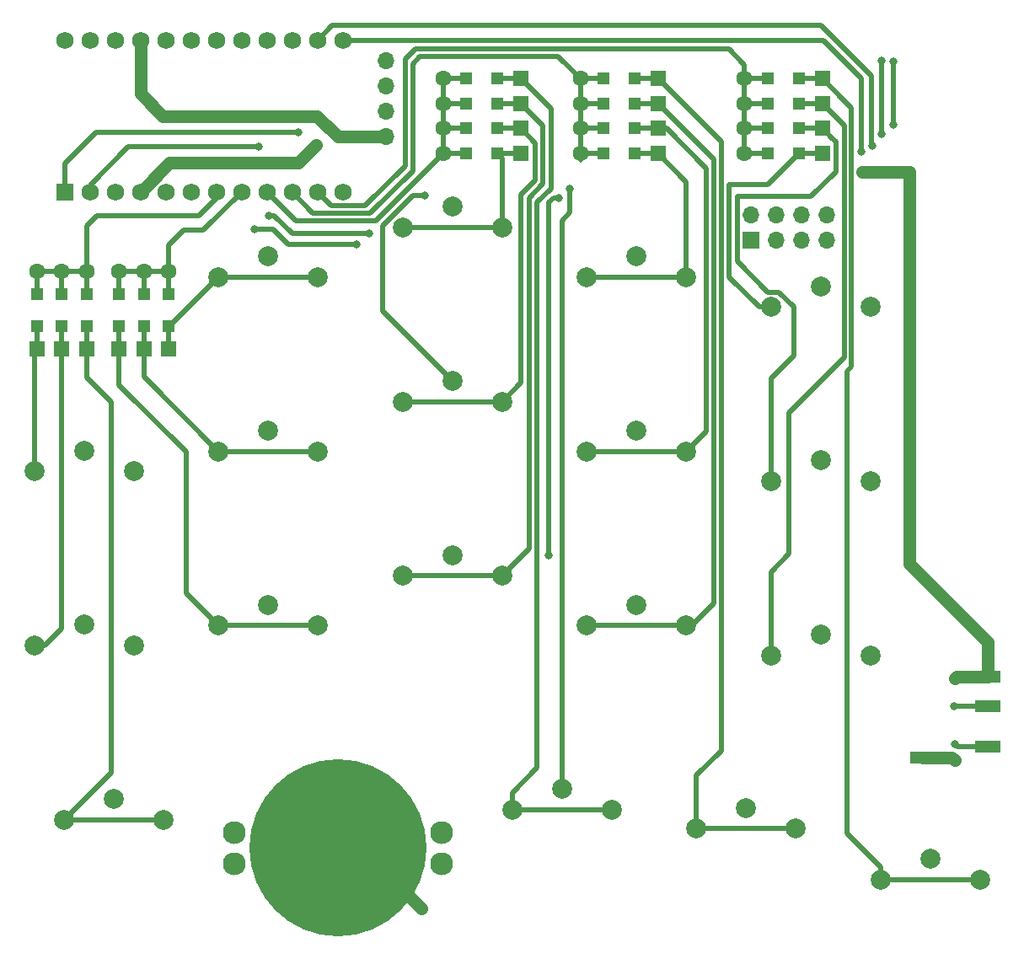
<source format=gbr>
G04 #@! TF.GenerationSoftware,KiCad,Pcbnew,5.1.4-e60b266~84~ubuntu19.04.1*
G04 #@! TF.CreationDate,2019-12-12T22:12:58-06:00*
G04 #@! TF.ProjectId,fissure,66697373-7572-4652-9e6b-696361645f70,rev?*
G04 #@! TF.SameCoordinates,Original*
G04 #@! TF.FileFunction,Copper,L1,Top*
G04 #@! TF.FilePolarity,Positive*
%FSLAX46Y46*%
G04 Gerber Fmt 4.6, Leading zero omitted, Abs format (unit mm)*
G04 Created by KiCad (PCBNEW 5.1.4-e60b266~84~ubuntu19.04.1) date 2019-12-12 22:12:58*
%MOMM*%
%LPD*%
G04 APERTURE LIST*
%ADD10O,1.700000X1.700000*%
%ADD11C,2.000000*%
%ADD12C,1.752600*%
%ADD13R,1.752600X1.752600*%
%ADD14R,0.500000X2.500000*%
%ADD15C,1.600000*%
%ADD16R,1.600000X1.600000*%
%ADD17R,1.200000X1.200000*%
%ADD18R,2.500000X0.500000*%
%ADD19R,2.500000X1.200000*%
%ADD20C,17.800000*%
%ADD21C,2.300000*%
%ADD22R,1.700000X1.700000*%
%ADD23C,0.800000*%
%ADD24C,0.508000*%
%ADD25C,1.270000*%
G04 APERTURE END LIST*
D10*
X81797000Y-41189000D03*
X81797000Y-43729000D03*
X81797000Y-46269000D03*
X81797000Y-48809000D03*
D11*
X130497000Y-65949000D03*
X125497000Y-63849000D03*
X120497000Y-65949000D03*
D12*
X49527000Y-39129000D03*
X77467000Y-54369000D03*
X52067000Y-39129000D03*
X54607000Y-39129000D03*
X57147000Y-39129000D03*
X59687000Y-39129000D03*
X62227000Y-39129000D03*
X64767000Y-39129000D03*
X67307000Y-39129000D03*
X69847000Y-39129000D03*
X72387000Y-39129000D03*
X74927000Y-39129000D03*
X77467000Y-39129000D03*
X74927000Y-54369000D03*
X72387000Y-54369000D03*
X69847000Y-54369000D03*
X67307000Y-54369000D03*
X64767000Y-54369000D03*
X62227000Y-54369000D03*
X59687000Y-54369000D03*
X57147000Y-54369000D03*
X54607000Y-54369000D03*
X52067000Y-54369000D03*
D13*
X49527000Y-54369000D03*
D14*
X46747000Y-63549000D03*
X46747000Y-68949000D03*
D15*
X46747000Y-62349000D03*
D16*
X46747000Y-70149000D03*
D17*
X46747000Y-67824000D03*
X46747000Y-64674000D03*
D11*
X56497000Y-99949000D03*
X51497000Y-97849000D03*
X46497000Y-99949000D03*
X111997000Y-62949000D03*
X106997000Y-60849000D03*
X101997000Y-62949000D03*
X74997000Y-62949000D03*
X69997000Y-60849000D03*
X64997000Y-62949000D03*
X93497000Y-75449000D03*
X88497000Y-73349000D03*
X83497000Y-75449000D03*
X141497000Y-123449000D03*
X136497000Y-121349000D03*
X131497000Y-123449000D03*
X122997000Y-118349000D03*
X117997000Y-116249000D03*
X112997000Y-118349000D03*
X104497000Y-116449000D03*
X99497000Y-114349000D03*
X94497000Y-116449000D03*
X130497000Y-100949000D03*
X125497000Y-98849000D03*
X120497000Y-100949000D03*
X111997000Y-97949000D03*
X106997000Y-95849000D03*
X101997000Y-97949000D03*
X93497000Y-92949000D03*
X88497000Y-90849000D03*
X83497000Y-92949000D03*
X74997000Y-97949000D03*
X69997000Y-95849000D03*
X64997000Y-97949000D03*
X59497000Y-117449000D03*
X54497000Y-115349000D03*
X49497000Y-117449000D03*
X130497000Y-83449000D03*
X125497000Y-81349000D03*
X120497000Y-83449000D03*
X111997000Y-80449000D03*
X106997000Y-78349000D03*
X101997000Y-80449000D03*
X74997000Y-80449000D03*
X69997000Y-78349000D03*
X64997000Y-80449000D03*
X93497000Y-57949000D03*
X88497000Y-55849000D03*
X83497000Y-57949000D03*
X56497000Y-82449000D03*
X51497000Y-80349000D03*
X46497000Y-82449000D03*
D18*
X119047000Y-42999000D03*
X124447000Y-42999000D03*
D15*
X117847000Y-42999000D03*
D16*
X125647000Y-42999000D03*
D17*
X123322000Y-42999000D03*
X120172000Y-42999000D03*
D18*
X102547000Y-42999000D03*
X107947000Y-42999000D03*
D15*
X101347000Y-42999000D03*
D16*
X109147000Y-42999000D03*
D17*
X106822000Y-42999000D03*
X103672000Y-42999000D03*
X89872000Y-42999000D03*
X93022000Y-42999000D03*
D16*
X95347000Y-42999000D03*
D15*
X87547000Y-42999000D03*
D18*
X94147000Y-42999000D03*
X88747000Y-42999000D03*
X119047000Y-45499000D03*
X124447000Y-45499000D03*
D15*
X117847000Y-45499000D03*
D16*
X125647000Y-45499000D03*
D17*
X123322000Y-45499000D03*
X120172000Y-45499000D03*
D18*
X102547000Y-45499000D03*
X107947000Y-45499000D03*
D15*
X101347000Y-45499000D03*
D16*
X109147000Y-45499000D03*
D17*
X106822000Y-45499000D03*
X103672000Y-45499000D03*
X89872000Y-45499000D03*
X93022000Y-45499000D03*
D16*
X95347000Y-45499000D03*
D15*
X87547000Y-45499000D03*
D18*
X94147000Y-45499000D03*
X88747000Y-45499000D03*
D14*
X54997000Y-63549000D03*
X54997000Y-68949000D03*
D15*
X54997000Y-62349000D03*
D16*
X54997000Y-70149000D03*
D17*
X54997000Y-67824000D03*
X54997000Y-64674000D03*
D14*
X51747000Y-63549000D03*
X51747000Y-68949000D03*
D15*
X51747000Y-62349000D03*
D16*
X51747000Y-70149000D03*
D17*
X51747000Y-67824000D03*
X51747000Y-64674000D03*
D18*
X119047000Y-47999000D03*
X124447000Y-47999000D03*
D15*
X117847000Y-47999000D03*
D16*
X125647000Y-47999000D03*
D17*
X123322000Y-47999000D03*
X120172000Y-47999000D03*
D18*
X102547000Y-47999000D03*
X107947000Y-47999000D03*
D15*
X101347000Y-47999000D03*
D16*
X109147000Y-47999000D03*
D17*
X106822000Y-47999000D03*
X103672000Y-47999000D03*
X89872000Y-47999000D03*
X93022000Y-47999000D03*
D16*
X95347000Y-47999000D03*
D15*
X87547000Y-47999000D03*
D18*
X94147000Y-47999000D03*
X88747000Y-47999000D03*
D14*
X57497000Y-63549000D03*
X57497000Y-68949000D03*
D15*
X57497000Y-62349000D03*
D16*
X57497000Y-70149000D03*
D17*
X57497000Y-67824000D03*
X57497000Y-64674000D03*
D14*
X49247000Y-63549000D03*
X49247000Y-68949000D03*
D15*
X49247000Y-62349000D03*
D16*
X49247000Y-70149000D03*
D17*
X49247000Y-67824000D03*
X49247000Y-64674000D03*
D18*
X119047000Y-50499000D03*
X124447000Y-50499000D03*
D15*
X117847000Y-50499000D03*
D16*
X125647000Y-50499000D03*
D17*
X123322000Y-50499000D03*
X120172000Y-50499000D03*
D18*
X102547000Y-50499000D03*
X107947000Y-50499000D03*
D15*
X101347000Y-50499000D03*
D16*
X109147000Y-50499000D03*
D17*
X106822000Y-50499000D03*
X103672000Y-50499000D03*
X89872000Y-50499000D03*
X93022000Y-50499000D03*
D16*
X95347000Y-50499000D03*
D15*
X87547000Y-50499000D03*
D18*
X94147000Y-50499000D03*
X88747000Y-50499000D03*
D14*
X59997000Y-63549000D03*
X59997000Y-68949000D03*
D15*
X59997000Y-62349000D03*
D16*
X59997000Y-70149000D03*
D17*
X59997000Y-67824000D03*
X59997000Y-64674000D03*
D19*
X142247000Y-103074000D03*
X142247000Y-106074000D03*
X142247000Y-110074000D03*
X135747000Y-111174000D03*
D20*
X76997000Y-120249000D03*
D21*
X87397000Y-118749000D03*
X87397000Y-121849000D03*
X66597000Y-121849000D03*
X66597000Y-118749000D03*
X66597000Y-121849000D03*
X66597000Y-118749000D03*
X87397000Y-118749000D03*
X87397000Y-121849000D03*
D10*
X126117000Y-56709000D03*
X126117000Y-59249000D03*
X123577000Y-56709000D03*
X123577000Y-59249000D03*
X121037000Y-56709000D03*
X121037000Y-59249000D03*
X118497000Y-56709000D03*
D22*
X118497000Y-59249000D03*
D23*
X68997000Y-49849000D03*
X72997000Y-48349000D03*
X138997000Y-111499000D03*
X85397000Y-126349000D03*
X74797000Y-49649000D03*
X138997000Y-103249000D03*
X129697000Y-52349000D03*
X85747000Y-54749000D03*
X98197000Y-90849000D03*
X99197000Y-54949000D03*
X100297000Y-54049000D03*
X131597000Y-48549000D03*
X131597000Y-41149000D03*
X130697000Y-49749000D03*
X132797000Y-47649000D03*
X132797000Y-41249000D03*
X129597000Y-50349000D03*
X138997000Y-109849000D03*
X80097000Y-58549000D03*
X70097000Y-56749000D03*
X138897000Y-106049000D03*
X68597000Y-58149000D03*
X78897000Y-59649000D03*
D24*
X46497000Y-70399000D02*
X46747000Y-70149000D01*
X46497000Y-82449000D02*
X46497000Y-70399000D01*
X59997000Y-67949000D02*
X64997000Y-62949000D01*
X59997000Y-68949000D02*
X59997000Y-67949000D01*
X64997000Y-62949000D02*
X74997000Y-62949000D01*
X83497000Y-57949000D02*
X93497000Y-57949000D01*
X93497000Y-50974000D02*
X93022000Y-50499000D01*
X93497000Y-57949000D02*
X93497000Y-50974000D01*
X101997000Y-62949000D02*
X111997000Y-62949000D01*
X111997000Y-53349000D02*
X109147000Y-50499000D01*
X111997000Y-62949000D02*
X111997000Y-53349000D01*
X120497000Y-65949000D02*
X119297000Y-65949000D01*
X119297000Y-65949000D02*
X116297000Y-62949000D01*
X116297000Y-62949000D02*
X116297000Y-53649000D01*
X120172000Y-53649000D02*
X123322000Y-50499000D01*
X116297000Y-53649000D02*
X120172000Y-53649000D01*
X49247000Y-70149000D02*
X49247000Y-98249000D01*
X47547000Y-99949000D02*
X49247000Y-98249000D01*
X46497000Y-99949000D02*
X47547000Y-99949000D01*
X57497000Y-72949000D02*
X64997000Y-80449000D01*
X57497000Y-70149000D02*
X57497000Y-72949000D01*
X74997000Y-80449000D02*
X64997000Y-80449000D01*
X83497000Y-75449000D02*
X93497000Y-75449000D01*
X93497000Y-75449000D02*
X93797000Y-75449000D01*
X95347000Y-47999000D02*
X95447000Y-47999000D01*
X95397000Y-73549000D02*
X93497000Y-75449000D01*
X96797000Y-53249000D02*
X95397000Y-54649000D01*
X95347000Y-47999000D02*
X96797000Y-49449000D01*
X95397000Y-54649000D02*
X95397000Y-73549000D01*
X96797000Y-49449000D02*
X96797000Y-53249000D01*
X109147000Y-47999000D02*
X109997000Y-47999000D01*
X109997000Y-47999000D02*
X113997000Y-51999000D01*
X113997000Y-78449000D02*
X111997000Y-80449000D01*
X113997000Y-51999000D02*
X113997000Y-78449000D01*
X111997000Y-80449000D02*
X101997000Y-80449000D01*
X117097000Y-61349000D02*
X117097000Y-54849000D01*
X120197000Y-64449000D02*
X117097000Y-61349000D01*
X121297000Y-64449000D02*
X120197000Y-64449000D01*
X117097000Y-54849000D02*
X124497000Y-54849000D01*
X122797000Y-65949000D02*
X121297000Y-64449000D01*
X122797000Y-70849000D02*
X122797000Y-65949000D01*
X120497000Y-73149000D02*
X122797000Y-70849000D01*
X120497000Y-83449000D02*
X120497000Y-73149000D01*
X126997000Y-52349000D02*
X126997000Y-49349000D01*
X124497000Y-54849000D02*
X126997000Y-52349000D01*
X126997000Y-49349000D02*
X126647000Y-48999000D01*
X126647000Y-48999000D02*
X125647000Y-47999000D01*
X51747000Y-70149000D02*
X51747000Y-72999000D01*
X51747000Y-72999000D02*
X54247000Y-75499000D01*
X54247000Y-112699000D02*
X49497000Y-117449000D01*
X54247000Y-75499000D02*
X54247000Y-112699000D01*
X49497000Y-117449000D02*
X59497000Y-117449000D01*
X54997000Y-70149000D02*
X54997000Y-73749000D01*
X54997000Y-73749000D02*
X61747000Y-80499000D01*
X61747000Y-94699000D02*
X64997000Y-97949000D01*
X61747000Y-80499000D02*
X61747000Y-94699000D01*
X64997000Y-97949000D02*
X74997000Y-97949000D01*
X93497000Y-92949000D02*
X83497000Y-92949000D01*
X96197000Y-90249000D02*
X93497000Y-92949000D01*
X96197000Y-54949000D02*
X96197000Y-90249000D01*
X97597000Y-53549000D02*
X96197000Y-54949000D01*
X95347000Y-45499000D02*
X97597000Y-47749000D01*
X97597000Y-47749000D02*
X97597000Y-53549000D01*
X101997000Y-97949000D02*
X111997000Y-97949000D01*
X111997000Y-97949000D02*
X112547000Y-97949000D01*
X112547000Y-97949000D02*
X114747000Y-95749000D01*
X114747000Y-51099000D02*
X109147000Y-45499000D01*
X114747000Y-95749000D02*
X114747000Y-51099000D01*
X126847000Y-46699000D02*
X125647000Y-45499000D01*
X127847000Y-47699000D02*
X126847000Y-46699000D01*
X120497000Y-100949000D02*
X120497000Y-92549000D01*
X120497000Y-92549000D02*
X122297000Y-90749000D01*
X122297000Y-76549000D02*
X127847000Y-70999000D01*
X122297000Y-90749000D02*
X122297000Y-76549000D01*
X127847000Y-70999000D02*
X127847000Y-47699000D01*
X104497000Y-116449000D02*
X94497000Y-116449000D01*
X98397000Y-46049000D02*
X95347000Y-42999000D01*
X94497000Y-116449000D02*
X94497000Y-114749000D01*
X96997000Y-55449000D02*
X98397000Y-54049000D01*
X96997000Y-112249000D02*
X96997000Y-55449000D01*
X94497000Y-114749000D02*
X96997000Y-112249000D01*
X98397000Y-54049000D02*
X98397000Y-46049000D01*
X115497000Y-49349000D02*
X109147000Y-42999000D01*
X115497000Y-110499000D02*
X115497000Y-49349000D01*
X122997000Y-118349000D02*
X112997000Y-118349000D01*
X112997000Y-112999000D02*
X115497000Y-110499000D01*
X112997000Y-118349000D02*
X112997000Y-112999000D01*
X141497000Y-123449000D02*
X131497000Y-123449000D01*
X131497000Y-123449000D02*
X131497000Y-122249000D01*
X128097000Y-118849000D02*
X128097000Y-72449000D01*
X131497000Y-122249000D02*
X128097000Y-118849000D01*
X128597000Y-45949000D02*
X127897000Y-45249000D01*
X128597000Y-71949000D02*
X128597000Y-45949000D01*
X128097000Y-72449000D02*
X128597000Y-71949000D01*
X127897000Y-45249000D02*
X125647000Y-42999000D01*
X52067000Y-54369000D02*
X52067000Y-53679000D01*
X52067000Y-53679000D02*
X55897000Y-49849000D01*
X68497000Y-49849000D02*
X68997000Y-49849000D01*
X55897000Y-49849000D02*
X68497000Y-49849000D01*
X49527000Y-52219000D02*
X49527000Y-54369000D01*
X49527000Y-51519000D02*
X49527000Y-52219000D01*
X72997000Y-48349000D02*
X52697000Y-48349000D01*
X52697000Y-48349000D02*
X49527000Y-51519000D01*
D25*
X138672000Y-111174000D02*
X138997000Y-111499000D01*
X135747000Y-111174000D02*
X138672000Y-111174000D01*
X76997000Y-120249000D02*
X79297000Y-120249000D01*
X79297000Y-120249000D02*
X85397000Y-126349000D01*
X74797000Y-49649000D02*
X72997000Y-51449000D01*
X60067000Y-51449000D02*
X57147000Y-54369000D01*
X72997000Y-51449000D02*
X60067000Y-51449000D01*
X139172000Y-103074000D02*
X138997000Y-103249000D01*
X142247000Y-103074000D02*
X139172000Y-103074000D01*
X81797000Y-48809000D02*
X76957000Y-48809000D01*
X76957000Y-48809000D02*
X74897000Y-46749000D01*
X74897000Y-46749000D02*
X59397000Y-46749000D01*
X57147000Y-44499000D02*
X57147000Y-39129000D01*
X59397000Y-46749000D02*
X57147000Y-44499000D01*
X142247000Y-99599000D02*
X142247000Y-103074000D01*
X134397000Y-52349000D02*
X134397000Y-91749000D01*
X134397000Y-91749000D02*
X142247000Y-99599000D01*
X134397000Y-52349000D02*
X129697000Y-52349000D01*
D24*
X46747000Y-62349000D02*
X51747000Y-62349000D01*
X64767000Y-54369000D02*
X64767000Y-54979000D01*
X64767000Y-54979000D02*
X62997000Y-56749000D01*
X62997000Y-56749000D02*
X52747000Y-56749000D01*
X51747000Y-57749000D02*
X51747000Y-62349000D01*
X52747000Y-56749000D02*
X51747000Y-57749000D01*
X54997000Y-62349000D02*
X59997000Y-62349000D01*
X59997000Y-62349000D02*
X59997000Y-59749000D01*
X59997000Y-59749000D02*
X61497000Y-58249000D01*
X63427000Y-58249000D02*
X67307000Y-54369000D01*
X61497000Y-58249000D02*
X63427000Y-58249000D01*
X87547000Y-50499000D02*
X87547000Y-42999000D01*
X69847000Y-54369000D02*
X72727000Y-57249000D01*
X80797000Y-57249000D02*
X87547000Y-50499000D01*
X72727000Y-57249000D02*
X80797000Y-57249000D01*
X101347000Y-42999000D02*
X101347000Y-50499000D01*
X101347000Y-50499000D02*
X101347000Y-51149000D01*
X85247000Y-40749000D02*
X99097000Y-40749000D01*
X84497000Y-41499000D02*
X85247000Y-40749000D01*
X72387000Y-54389000D02*
X74497000Y-56499000D01*
X72387000Y-54369000D02*
X72387000Y-54389000D01*
X99097000Y-40749000D02*
X101347000Y-42999000D01*
X74497000Y-56499000D02*
X80247000Y-56499000D01*
X84497000Y-52249000D02*
X84497000Y-41499000D01*
X80247000Y-56499000D02*
X84497000Y-52249000D01*
X117847000Y-42999000D02*
X117847000Y-50499000D01*
X117847000Y-41599000D02*
X116247000Y-39999000D01*
X117847000Y-42999000D02*
X117847000Y-41599000D01*
X76307000Y-55749000D02*
X74927000Y-54369000D01*
X116247000Y-39999000D02*
X84747000Y-39999000D01*
X83747000Y-40999000D02*
X84747000Y-39999000D01*
X83747000Y-40999000D02*
X83747000Y-51749000D01*
X79747000Y-55749000D02*
X76307000Y-55749000D01*
X83747000Y-51749000D02*
X79747000Y-55749000D01*
X85747000Y-54749000D02*
X84497000Y-54749000D01*
X84497000Y-54749000D02*
X81497000Y-57749000D01*
X81497000Y-66349000D02*
X88497000Y-73349000D01*
X81497000Y-57749000D02*
X81497000Y-66349000D01*
X98197000Y-55449000D02*
X98197000Y-90849000D01*
X98697000Y-54949000D02*
X98197000Y-55449000D01*
X99197000Y-54949000D02*
X98697000Y-54949000D01*
X99497000Y-114349000D02*
X99497000Y-57249000D01*
X100297000Y-56449000D02*
X99497000Y-57249000D01*
X100297000Y-54049000D02*
X100297000Y-56449000D01*
X131597000Y-48549000D02*
X131597000Y-41349000D01*
X131597000Y-41349000D02*
X131597000Y-41149000D01*
X130697000Y-49749000D02*
X130597000Y-49649000D01*
X130597000Y-49649000D02*
X130597000Y-42749000D01*
X130597000Y-42749000D02*
X125497000Y-37649000D01*
X76407000Y-37649000D02*
X74927000Y-39129000D01*
X125497000Y-37649000D02*
X76407000Y-37649000D01*
X132797000Y-47649000D02*
X132797000Y-41249000D01*
X125777000Y-39129000D02*
X77467000Y-39129000D01*
X129597000Y-50349000D02*
X129597000Y-42949000D01*
X129597000Y-42949000D02*
X125777000Y-39129000D01*
X139222000Y-110074000D02*
X142247000Y-110074000D01*
X138997000Y-109849000D02*
X139222000Y-110074000D01*
X70597000Y-56749000D02*
X72397000Y-58549000D01*
X70097000Y-56749000D02*
X70597000Y-56749000D01*
X72397000Y-58549000D02*
X80097000Y-58549000D01*
X138922000Y-106074000D02*
X142247000Y-106074000D01*
X138897000Y-106049000D02*
X138922000Y-106074000D01*
X68597000Y-58149000D02*
X70497000Y-58149000D01*
X70497000Y-58149000D02*
X71997000Y-59649000D01*
X71997000Y-59649000D02*
X78897000Y-59649000D01*
M02*

</source>
